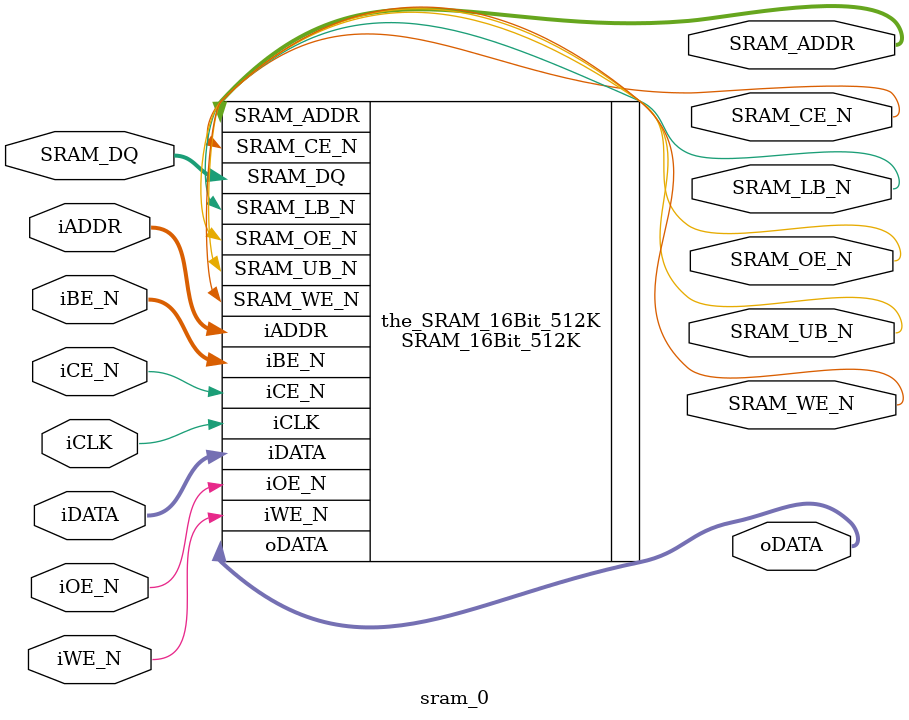
<source format=v>

`timescale 1ns / 1ps
// synthesis translate_on

// turn off superfluous verilog processor warnings 
// altera message_level Level1 
// altera message_off 10034 10035 10036 10037 10230 10240 10030 

module sram_0 (
                // inputs:
                 iADDR,
                 iBE_N,
                 iCE_N,
                 iCLK,
                 iDATA,
                 iOE_N,
                 iWE_N,

                // outputs:
                 SRAM_ADDR,
                 SRAM_CE_N,
                 SRAM_DQ,
                 SRAM_LB_N,
                 SRAM_OE_N,
                 SRAM_UB_N,
                 SRAM_WE_N,
                 oDATA
              )
;

  output  [ 17: 0] SRAM_ADDR;
  output           SRAM_CE_N;
  inout   [ 15: 0] SRAM_DQ;
  output           SRAM_LB_N;
  output           SRAM_OE_N;
  output           SRAM_UB_N;
  output           SRAM_WE_N;
  output  [ 15: 0] oDATA;
  input   [ 17: 0] iADDR;
  input   [  1: 0] iBE_N;
  input            iCE_N;
  input            iCLK;
  input   [ 15: 0] iDATA;
  input            iOE_N;
  input            iWE_N;

  wire    [ 17: 0] SRAM_ADDR;
  wire             SRAM_CE_N;
  wire    [ 15: 0] SRAM_DQ;
  wire             SRAM_LB_N;
  wire             SRAM_OE_N;
  wire             SRAM_UB_N;
  wire             SRAM_WE_N;
  wire    [ 15: 0] oDATA;
  SRAM_16Bit_512K the_SRAM_16Bit_512K
    (
      .SRAM_ADDR (SRAM_ADDR),
      .SRAM_CE_N (SRAM_CE_N),
      .SRAM_DQ   (SRAM_DQ),
      .SRAM_LB_N (SRAM_LB_N),
      .SRAM_OE_N (SRAM_OE_N),
      .SRAM_UB_N (SRAM_UB_N),
      .SRAM_WE_N (SRAM_WE_N),
      .iADDR     (iADDR),
      .iBE_N     (iBE_N),
      .iCE_N     (iCE_N),
      .iCLK      (iCLK),
      .iDATA     (iDATA),
      .iOE_N     (iOE_N),
      .iWE_N     (iWE_N),
      .oDATA     (oDATA)
    );


endmodule


</source>
